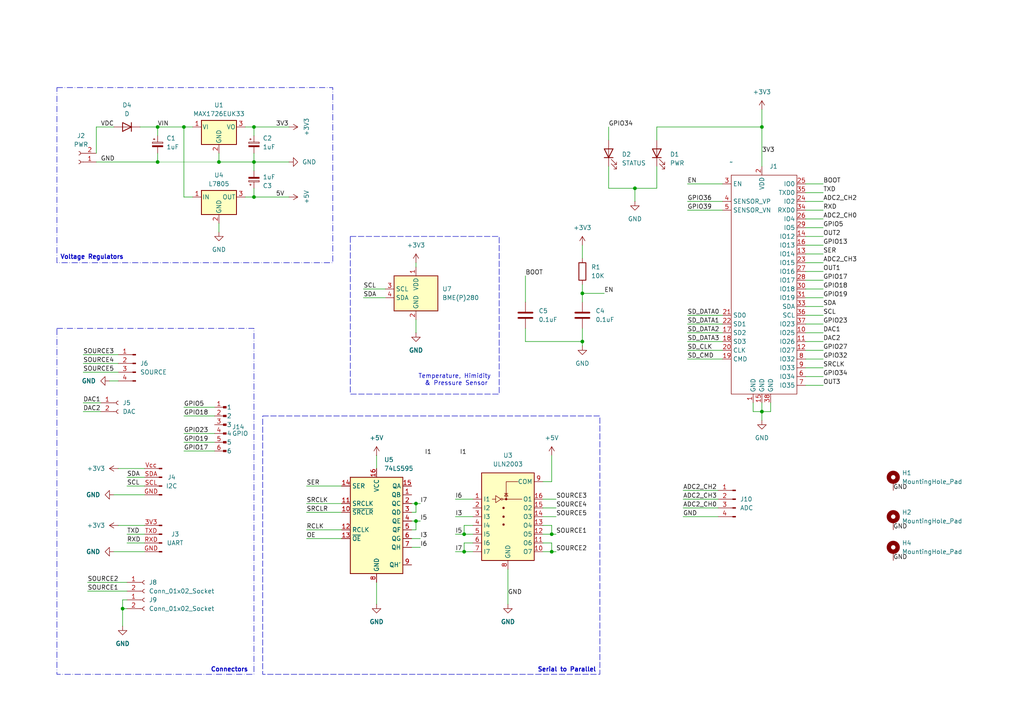
<source format=kicad_sch>
(kicad_sch (version 20231120) (generator "eeschema") (generator_version "8.0")
  (paper "A4")
  (lib_symbols
    (symbol "+5V_1" (power) (pin_numbers hide) (pin_names (offset 0) hide)
      (property "Value" "+5V" (at 0 3.556 0))
      (symbol "+5V_1_1_1"
        (pin power_in line (at 0 0 90) (length 0) (name "~") (number "1"))
      )
    )
    (symbol "+5V_2" (power) (pin_numbers hide) (pin_names (offset 0) hide)
      (property "Value" "+5V" (at 0 3.556 0))
      (symbol "+5V_2_1_1"
        (pin power_in line (at 0 0 90) (length 0) (name "~") (number "1"))
      )
    )
    (symbol "74xx:74LS595"
      (property "Reference" "U" (at -7.62 13.97 0))
      (property "Value" "74LS595" (at -7.62 -16.51 0))
      (symbol "74LS595_1_0"
        (pin tri_state line (at 10.16 7.62 180) (length 2.54) (name "QB") (number "1"))
        (pin input line (at -10.16 2.54 0) (length 2.54) (name "~{SRCLR}") (number "10"))
        (pin input line (at -10.16 5.08 0) (length 2.54) (name "SRCLK") (number "11"))
        (pin input line (at -10.16 -2.54 0) (length 2.54) (name "RCLK") (number "12"))
        (pin input line (at -10.16 -5.08 0) (length 2.54) (name "~{OE}") (number "13"))
        (pin input line (at -10.16 10.16 0) (length 2.54) (name "SER") (number "14"))
        (pin tri_state line (at 10.16 10.16 180) (length 2.54) (name "QA") (number "15"))
        (pin power_in line (at 0 15.24 270) (length 2.54) (name "VCC") (number "16"))
        (pin tri_state line (at 10.16 5.08 180) (length 2.54) (name "QC") (number "2"))
        (pin tri_state line (at 10.16 2.54 180) (length 2.54) (name "QD") (number "3"))
        (pin tri_state line (at 10.16 0 180) (length 2.54) (name "QE") (number "4"))
        (pin tri_state line (at 10.16 -2.54 180) (length 2.54) (name "QF") (number "5"))
        (pin tri_state line (at 10.16 -5.08 180) (length 2.54) (name "QG") (number "6"))
        (pin tri_state line (at 10.16 -7.62 180) (length 2.54) (name "QH") (number "7"))
        (pin power_in line (at 0 -17.78 90) (length 2.54) (name "GND") (number "8"))
        (pin output line (at 10.16 -12.7 180) (length 2.54) (name "QH'") (number "9"))
      )
    )
    (symbol "Alexander Symbol Library:BME(P)280"
      (property "Reference" "U" (at -7.62 10.16 0))
      (property "Value" "BME(P)280" (at 5.08 10.16 0))
      (symbol "BME(P)280_1_1"
        (pin power_in line (at -1.27 10.16 270) (length 2.54) (name "VDD") (number "1"))
        (pin power_out line (at -1.27 -5.08 90) (length 2.54) (name "GND") (number "2"))
        (pin input line (at -10.16 3.81 0) (length 2.54) (name "SCL") (number "3"))
        (pin bidirectional line (at -10.16 1.27 0) (length 2.54) (name "SDA") (number "4"))
      )
    )
    (symbol "Alexander_Library_Symbols:Conn_2x3" (pin_names (offset 1.016))
      (property "Reference" "J" (at 0 0 0))
      (symbol "Conn_2x3_1_1"
        (pin bidirectional line (at -2.54 -2.54 0) (length 2.54) (name "1") (number "1"))
        (pin bidirectional line (at -2.54 -5.08 0) (length 2.54) (name "2") (number "2"))
        (pin bidirectional line (at -2.54 -7.62 0) (length 2.54) (name "3") (number "3"))
        (pin bidirectional line (at -2.54 -10.16 0) (length 2.54) (name "4") (number "4"))
        (pin bidirectional line (at -2.54 -12.7 0) (length 2.54) (name "5") (number "5"))
        (pin bidirectional line (at -2.54 -15.24 0) (length 2.54) (name "6") (number "6"))
      )
    )
    (symbol "Alexander_Library_Symbols:Conn_I2C_01x04" (pin_names (offset 1.016) hide)
      (property "Reference" "J" (at 0 5.08 0))
      (property "Value" "I2C" (at 0 -7.62 0))
      (symbol "Conn_I2C_01x04_1_1"
        (pin power_out line (at 5.08 -5.08 180) (length 3.81) (name "GND") (number "GND"))
        (pin bidirectional line (at 5.08 -2.54 180) (length 3.81) (name "SCL") (number "SCL"))
        (pin bidirectional line (at 5.08 0 180) (length 3.81) (name "SDA") (number "SDA"))
        (pin power_in line (at 5.08 2.54 180) (length 3.81) (name "VCC") (number "Vcc"))
      )
    )
    (symbol "Alexander_Library_Symbols:ESP32-WROOM-32D-SOCKET"
      (property "Reference" "J" (at 0 0 0))
      (symbol "ESP32-WROOM-32D-SOCKET_1_1"
        (pin power_out line (at 6.35 -69.85 90) (length 2.54) (name "GND") (number "1"))
        (pin bidirectional line (at 21.59 -49.53 180) (length 2.54) (name "IO25") (number "10"))
        (pin bidirectional line (at 21.59 -52.07 180) (length 2.54) (name "IO26") (number "11"))
        (pin bidirectional line (at 21.59 -54.61 180) (length 2.54) (name "IO27") (number "12"))
        (pin bidirectional line (at 21.59 -26.67 180) (length 2.54) (name "IO14") (number "13"))
        (pin bidirectional line (at 21.59 -21.59 180) (length 2.54) (name "IO12") (number "14"))
        (pin power_out line (at 8.89 -69.85 90) (length 2.54) (name "GND") (number "15"))
        (pin bidirectional line (at 21.59 -24.13 180) (length 2.54) (name "IO13") (number "16"))
        (pin input line (at -2.54 -49.53 0) (length 2.54) (name "SD2") (number "17"))
        (pin input line (at -2.54 -52.07 0) (length 2.54) (name "SD3") (number "18"))
        (pin input line (at -2.54 -57.15 0) (length 2.54) (name "CMD") (number "19"))
        (pin power_in line (at 8.89 -1.27 270) (length 2.54) (name "VDD") (number "2"))
        (pin input line (at -2.54 -54.61 0) (length 2.54) (name "CLK") (number "20"))
        (pin input line (at -2.54 -44.45 0) (length 2.54) (name "SD0") (number "21"))
        (pin input line (at -2.54 -46.99 0) (length 2.54) (name "SD1") (number "22"))
        (pin bidirectional line (at 21.59 -29.21 180) (length 2.54) (name "IO15") (number "23"))
        (pin bidirectional line (at 21.59 -11.43 180) (length 2.54) (name "IO2") (number "24"))
        (pin bidirectional line (at 21.59 -6.35 180) (length 2.54) (name "IO0") (number "25"))
        (pin bidirectional line (at 21.59 -16.51 180) (length 2.54) (name "IO4") (number "26"))
        (pin bidirectional line (at 21.59 -31.75 180) (length 2.54) (name "IO16") (number "27"))
        (pin bidirectional line (at 21.59 -34.29 180) (length 2.54) (name "IO17") (number "28"))
        (pin bidirectional line (at 21.59 -19.05 180) (length 2.54) (name "IO5") (number "29"))
        (pin input line (at -2.54 -6.35 0) (length 2.54) (name "EN") (number "3"))
        (pin bidirectional line (at 21.59 -36.83 180) (length 2.54) (name "IO18") (number "30"))
        (pin bidirectional line (at 21.59 -39.37 180) (length 2.54) (name "IO19") (number "31"))
        (pin bidirectional line (at 21.59 -41.91 180) (length 2.54) (name "SDA") (number "33"))
        (pin input line (at 21.59 -13.97 180) (length 2.54) (name "RXD0") (number "34"))
        (pin output line (at 21.59 -8.89 180) (length 2.54) (name "TXD0") (number "35"))
        (pin bidirectional line (at 21.59 -44.45 180) (length 2.54) (name "SCL") (number "36"))
        (pin bidirectional line (at 21.59 -46.99 180) (length 2.54) (name "IO23") (number "37"))
        (pin power_out line (at 11.43 -69.85 90) (length 2.54) (name "GND") (number "38"))
        (pin input line (at -2.54 -11.43 0) (length 2.54) (name "SENSOR_VP") (number "4"))
        (pin input line (at -2.54 -13.97 0) (length 2.54) (name "SENSOR_VN") (number "5"))
        (pin bidirectional line (at 21.59 -62.23 180) (length 2.54) (name "IO34") (number "6"))
        (pin bidirectional line (at 21.59 -64.77 180) (length 2.54) (name "IO35") (number "7"))
        (pin bidirectional line (at 21.59 -57.15 180) (length 2.54) (name "IO32") (number "8"))
        (pin bidirectional line (at 21.59 -59.69 180) (length 2.54) (name "IO33") (number "9"))
      )
    )
    (symbol "Conn_UART_1" (pin_names (offset 1.016) hide)
      (property "Reference" "J" (at 1.27 3.81 0))
      (property "Value" "UART" (at 2.54 -10.16 0))
      (symbol "Conn_UART_1_1_1"
        (pin power_in line (at 5.08 0 180) (length 3.81) (name "3V3") (number "3V3"))
        (pin power_out line (at 5.08 -7.62 180) (length 3.81) (name "GND") (number "GND"))
        (pin input line (at 5.08 -5.08 180) (length 3.81) (name "RXD") (number "RXD"))
        (pin output line (at 5.08 -2.54 180) (length 3.81) (name "TXD") (number "TXD"))
      )
    )
    (symbol "Connector:Conn_01x02_Socket" (pin_names (offset 1.016) hide)
      (property "Reference" "J" (at 0 2.54 0))
      (property "Value" "Conn_01x02_Socket" (at 0 -5.08 0))
      (symbol "Conn_01x02_Socket_1_1"
        (pin passive line (at -5.08 0 0) (length 3.81) (name "Pin_1") (number "1"))
        (pin passive line (at -5.08 -2.54 0) (length 3.81) (name "Pin_2") (number "2"))
      )
    )
    (symbol "Connector:Conn_01x04_Pin" (pin_names (offset 1.016) hide)
      (property "Reference" "J" (at 0 5.08 0))
      (property "Value" "I2C" (at 0 -7.62 0))
      (symbol "Conn_01x04_Pin_1_1"
        (pin passive line (at 5.08 2.54 180) (length 3.81) (name "Pin_1") (number "1"))
        (pin passive line (at 5.08 0 180) (length 3.81) (name "Pin_2") (number "2"))
        (pin passive line (at 5.08 -2.54 180) (length 3.81) (name "Pin_3") (number "3"))
        (pin passive line (at 5.08 -5.08 180) (length 3.81) (name "Pin_4") (number "4"))
      )
    )
    (symbol "Connector:Conn_01x06_Socket" (pin_names (offset 1.016) hide)
      (property "Reference" "J" (at 0 7.62 0))
      (property "Value" "Conn_01x06_Socket" (at 0 -10.16 0))
      (symbol "Conn_01x06_Socket_1_1"
        (pin passive line (at -5.08 5.08 0) (length 3.81) (name "Pin_1") (number "1"))
        (pin passive line (at -5.08 2.54 0) (length 3.81) (name "Pin_2") (number "2"))
        (pin passive line (at -5.08 0 0) (length 3.81) (name "Pin_3") (number "3"))
        (pin passive line (at -5.08 -2.54 0) (length 3.81) (name "Pin_4") (number "4"))
        (pin passive line (at -5.08 -5.08 0) (length 3.81) (name "Pin_5") (number "5"))
        (pin passive line (at -5.08 -7.62 0) (length 3.81) (name "Pin_6") (number "6"))
      )
    )
    (symbol "Device:C" (pin_numbers hide) (pin_names (offset 0.254))
      (property "Reference" "C" (at 0.635 2.54 0))
      (property "Value" "C" (at 0.635 -2.54 0))
      (symbol "C_1_1"
        (pin passive line (at 0 3.81 270) (length 2.794) (name "~") (number "1"))
        (pin passive line (at 0 -3.81 90) (length 2.794) (name "~") (number "2"))
      )
    )
    (symbol "Device:C_Polarized_Small" (pin_numbers hide) (pin_names (offset 0.254) hide)
      (property "Reference" "C" (at 0.254 1.778 0))
      (property "Value" "C_Polarized_Small" (at 0.254 -2.032 0))
      (symbol "C_Polarized_Small_1_1"
        (pin passive line (at 0 2.54 270) (length 1.8542) (name "~") (number "1"))
        (pin passive line (at 0 -2.54 90) (length 1.8542) (name "~") (number "2"))
      )
    )
    (symbol "Device:D" (pin_numbers hide) (pin_names (offset 1.016) hide)
      (property "Reference" "D" (at 0 2.54 0))
      (property "Value" "D" (at 0 -2.54 0))
      (symbol "D_1_1"
        (pin passive line (at -3.81 0 0) (length 2.54) (name "K") (number "1"))
        (pin passive line (at 3.81 0 180) (length 2.54) (name "A") (number "2"))
      )
    )
    (symbol "Device:LED" (pin_numbers hide) (pin_names (offset 1.016) hide)
      (property "Reference" "D" (at 0 2.54 0))
      (property "Value" "LED" (at 0 -2.54 0))
      (symbol "LED_1_1"
        (pin passive line (at -3.81 0 0) (length 2.54) (name "K") (number "1"))
        (pin passive line (at 3.81 0 180) (length 2.54) (name "A") (number "2"))
      )
    )
    (symbol "Device:R" (pin_numbers hide) (pin_names (offset 0))
      (property "Reference" "R" (at 2.032 0 90))
      (property "Value" "R" (at 0 0 90))
      (symbol "R_1_1"
        (pin passive line (at 0 3.81 270) (length 1.27) (name "~") (number "1"))
        (pin passive line (at 0 -3.81 90) (length 1.27) (name "~") (number "2"))
      )
    )
    (symbol "GND_1" (power) (pin_numbers hide) (pin_names (offset 0) hide)
      (property "Value" "GND" (at 0 -3.81 0))
      (symbol "GND_1_1_1"
        (pin power_in line (at 0 0 270) (length 0) (name "~") (number "1"))
      )
    )
    (symbol "GND_2" (power) (pin_numbers hide) (pin_names (offset 0) hide)
      (property "Value" "GND" (at 0 -3.81 0))
      (symbol "GND_2_1_1"
        (pin power_in line (at 0 0 270) (length 0) (name "~") (number "1"))
      )
    )
    (symbol "GND_3" (power) (pin_numbers hide) (pin_names (offset 0) hide)
      (property "Value" "GND" (at 0 -3.81 0))
      (symbol "GND_3_1_1"
        (pin power_in line (at 0 0 270) (length 0) (name "~") (number "1"))
      )
    )
    (symbol "GND_4" (power) (pin_numbers hide) (pin_names (offset 0) hide)
      (property "Value" "GND" (at 0 -3.81 0))
      (symbol "GND_4_1_1"
        (pin power_in line (at 0 0 270) (length 0) (name "~") (number "1"))
      )
    )
    (symbol "GND_5" (power) (pin_numbers hide) (pin_names (offset 0) hide)
      (property "Value" "GND" (at 0 -3.81 0))
      (symbol "GND_5_1_1"
        (pin power_in line (at 0 0 270) (length 0) (name "~") (number "1"))
      )
    )
    (symbol "GND_6" (power) (pin_numbers hide) (pin_names (offset 0) hide)
      (property "Value" "GND" (at 0 -3.81 0))
      (symbol "GND_6_1_1"
        (pin power_in line (at 0 0 270) (length 0) (name "~") (number "1"))
      )
    )
    (symbol "Isolator:4N35" (pin_names (offset 1.016))
      (property "Reference" "U" (at -5.08 5.08 0))
      (property "Value" "4N35" (at 0 5.08 0))
      (symbol "4N35_1_1"
        (pin passive line (at -7.62 2.54 0) (length 2.54) (name "~") (number "1"))
        (pin passive line (at -7.62 -2.54 0) (length 2.54) (name "~") (number "2"))
        (pin no_connect line (at -5.08 0 0) (length 2.54) hide (name "NC") (number "3"))
        (pin passive line (at 7.62 -2.54 180) (length 2.54) (name "~") (number "4"))
        (pin passive line (at 7.62 0 180) (length 2.54) (name "~") (number "5"))
        (pin passive line (at 7.62 2.54 180) (length 2.54) (name "~") (number "6"))
      )
    )
    (symbol "Isolator:PC817" (pin_names (offset 1.016))
      (property "Reference" "U" (at -5.08 5.08 0))
      (property "Value" "PC817" (at 0 5.08 0))
      (symbol "PC817_1_1"
        (pin passive line (at -7.62 2.54 0) (length 2.54) (name "~") (number "1"))
        (pin passive line (at -7.62 -2.54 0) (length 2.54) (name "~") (number "2"))
        (pin passive line (at 7.62 -2.54 180) (length 2.54) (name "~") (number "3"))
        (pin passive line (at 7.62 2.54 180) (length 2.54) (name "~") (number "4"))
      )
    )
    (symbol "Mechanical:MountingHole_Pad" (pin_numbers hide) (pin_names (offset 1.016) hide)
      (property "Reference" "H" (at 0 6.35 0))
      (property "Value" "MountingHole_Pad" (at 0 4.445 0))
      (symbol "MountingHole_Pad_1_1"
        (pin input line (at 0 -2.54 90) (length 2.54) (name "1") (number "1"))
      )
    )
    (symbol "Regulator_Linear:L7805" (pin_names (offset 0.254))
      (property "Reference" "U4" (at 0 6.35 0))
      (property "Value" "L7805" (at 0 3.81 0))
      (symbol "L7805_1_1"
        (pin power_in line (at -7.62 0 0) (length 2.54) (name "IN") (number "1"))
        (pin power_in line (at 0 -7.62 90) (length 2.54) (name "GND") (number "2"))
        (pin power_out line (at 7.62 0 180) (length 2.54) (name "OUT") (number "3"))
      )
    )
    (symbol "Regulator_Linear:LM78M05_TO220" (pin_names (offset 0.254))
      (property "Reference" "U" (at -3.81 3.175 0))
      (property "Value" "LM78M05_TO220" (at 0 3.175 0))
      (symbol "LM78M05_TO220_1_1"
        (pin power_in line (at -7.62 0 0) (length 2.54) (name "VI") (number "1"))
        (pin power_in line (at 0 -7.62 90) (length 2.54) (name "GND") (number "2"))
        (pin power_out line (at 7.62 0 180) (length 2.54) (name "VO") (number "3"))
      )
    )
    (symbol "Simulation_SPICE:NPN" (pin_numbers hide) (pin_names (offset 0))
      (property "Reference" "Q" (at -2.54 7.62 0))
      (property "Value" "NPN" (at -2.54 5.08 0))
      (symbol "NPN_1_1"
        (pin open_collector line (at 2.54 5.08 270) (length 2.54) (name "C") (number "1"))
        (pin input line (at -5.08 0 0) (length 2.54) (name "B") (number "2"))
        (pin open_emitter line (at 2.54 -5.08 90) (length 2.54) (name "E") (number "3"))
      )
    )
    (symbol "Switch:SW_Push" (pin_numbers hide) (pin_names (offset 1.016) hide)
      (property "Reference" "SW" (at 1.27 2.54 0))
      (property "Value" "SW_Push" (at 0 -1.524 0))
      (symbol "SW_Push_0_1"
        (pin passive line (at -5.08 0 0) (length 2.54) (name "1") (number "1"))
        (pin passive line (at 5.08 0 180) (length 2.54) (name "2") (number "2"))
      )
    )
    (symbol "Transistor_Array:ULN2003"
      (property "Reference" "U" (at 0 15.875 0))
      (property "Value" "ULN2003" (at 0 13.97 0))
      (symbol "ULN2003_1_1"
        (pin input line (at -10.16 5.08 0) (length 2.54) (name "I1") (number "1"))
        (pin open_collector line (at 10.16 -10.16 180) (length 2.54) (name "O7") (number "10"))
        (pin open_collector line (at 10.16 -7.62 180) (length 2.54) (name "O6") (number "11"))
        (pin open_collector line (at 10.16 -5.08 180) (length 2.54) (name "O5") (number "12"))
        (pin open_collector line (at 10.16 -2.54 180) (length 2.54) (name "O4") (number "13"))
        (pin open_collector line (at 10.16 0 180) (length 2.54) (name "O3") (number "14"))
        (pin open_collector line (at 10.16 2.54 180) (length 2.54) (name "O2") (number "15"))
        (pin open_collector line (at 10.16 5.08 180) (length 2.54) (name "O1") (number "16"))
        (pin input line (at -10.16 2.54 0) (length 2.54) (name "I2") (number "2"))
        (pin input line (at -10.16 0 0) (length 2.54) (name "I3") (number "3"))
        (pin input line (at -10.16 -2.54 0) (length 2.54) (name "I4") (number "4"))
        (pin input line (at -10.16 -5.08 0) (length 2.54) (name "I5") (number "5"))
        (pin input line (at -10.16 -7.62 0) (length 2.54) (name "I6") (number "6"))
        (pin input line (at -10.16 -10.16 0) (length 2.54) (name "I7") (number "7"))
        (pin power_in line (at 0 -15.24 90) (length 2.54) (name "GND") (number "8"))
        (pin passive line (at 10.16 10.16 180) (length 2.54) (name "COM") (number "9"))
      )
    )
    (symbol "power:+3V3" (power) (pin_names (offset 0))
      (property "Value" "+3V3" (at 0 3.556 0))
      (symbol "+3V3_1_1"
        (pin power_in line (at 0 0 90) (length 0) hide (name "+3V3") (number "1"))
      )
    )
    (symbol "power:+5V" (power) (pin_names (offset 0))
      (property "Value" "+5V" (at 0 3.556 0))
      (symbol "+5V_1_1"
        (pin power_in line (at 0 0 90) (length 0) hide (name "+5V") (number "1"))
      )
    )
    (symbol "power:GND" (power) (pin_names (offset 0))
      (property "Value" "GND" (at 0 -3.81 0))
      (symbol "GND_1_1"
        (pin power_in line (at 0 0 270) (length 0) hide (name "GND") (number "1"))
      )
    )
  )
  (junction (at 63.5 46.99))
  (junction (at 134.62 154.94))
  (junction (at 160.02 154.94))
  (junction (at 73.66 46.99))
  (junction (at 160.02 160.02))
  (junction (at 168.91 99.06))
  (junction (at 220.98 36.83))
  (junction (at 45.72 46.99))
  (junction (at 53.34 36.83))
  (junction (at 459.74 85.09))
  (junction (at 73.66 57.15))
  (junction (at 120.65 146.05))
  (junction (at 377.19 151.13))
  (junction (at 220.98 119.38))
  (junction (at 120.65 151.13))
  (junction (at 401.32 163.83))
  (junction (at 168.91 85.09))
  (junction (at 476.25 97.79))
  (junction (at 73.66 36.83))
  (junction (at 45.72 36.83))
  (junction (at 476.25 85.09))
  (junction (at 134.62 160.02))
  (junction (at 184.15 54.61))
  (junction (at 35.56 176.53))
  (no_connect (at 373.38 59.69))
  (wire (pts (xy 459.74 97.79) (xy 457.2 97.79)))
  (wire (pts (xy 120.65 151.13) (xy 120.65 153.67)))
  (wire (pts (xy 233.68 58.42) (xy 238.76 58.42)))
  (wire (pts (xy 63.5 64.77) (xy 63.5 67.31)))
  (wire (pts (xy 53.34 36.83) (xy 55.88 36.83)))
  (wire (pts (xy 119.38 151.13) (xy 120.65 151.13)))
  (wire (pts (xy 199.39 101.6) (xy 209.55 101.6)))
  (wire (pts (xy 35.56 173.99) (xy 35.56 176.53)))
  (wire (pts (xy 36.83 140.97) (xy 41.91 140.97)))
  (wire (pts (xy 157.48 160.02) (xy 160.02 160.02)))
  (wire (pts (xy 45.72 46.99) (xy 63.5 46.99)) (stroke (width 0.0254)))
  (wire (pts (xy 358.14 171.45) (xy 361.95 171.45)))
  (wire (pts (xy 109.22 168.91) (xy 109.22 175.26)))
  (wire (pts (xy 88.9 146.05) (xy 99.06 146.05)))
  (wire (pts (xy 25.4 168.91) (xy 36.83 168.91)))
  (wire (pts (xy 152.4 99.06) (xy 168.91 99.06)))
  (wire (pts (xy 45.72 36.83) (xy 53.34 36.83)))
  (wire (pts (xy 233.68 63.5) (xy 238.76 63.5)))
  (wire (pts (xy 184.15 54.61) (xy 190.5 54.61)))
  (wire (pts (xy 476.25 87.63) (xy 476.25 85.09)))
  (wire (pts (xy 377.19 151.13) (xy 382.27 151.13)))
  (wire (pts (xy 199.39 99.06) (xy 209.55 99.06)))
  (wire (pts (xy 55.88 57.15) (xy 53.34 57.15)))
  (wire (pts (xy 36.83 154.94) (xy 41.91 154.94)))
  (wire (pts (xy 476.25 85.09) (xy 485.14 85.09)))
  (wire (pts (xy 198.12 147.32) (xy 208.28 147.32)))
  (wire (pts (xy 401.32 142.24) (xy 401.32 146.05)))
  (wire (pts (xy 88.9 148.59) (xy 99.06 148.59)))
  (wire (pts (xy 220.98 31.75) (xy 220.98 36.83)))
  (wire (pts (xy 233.68 78.74) (xy 238.76 78.74)))
  (wire (pts (xy 233.68 81.28) (xy 238.76 81.28)))
  (wire (pts (xy 34.29 135.89) (xy 41.91 135.89)))
  (wire (pts (xy 160.02 160.02) (xy 161.29 160.02)))
  (wire (pts (xy 132.08 144.78) (xy 137.16 144.78)))
  (wire (pts (xy 389.89 151.13) (xy 393.7 151.13)))
  (wire (pts (xy 63.5 44.45) (xy 63.5 46.99)))
  (wire (pts (xy 233.68 104.14) (xy 238.76 104.14)))
  (wire (pts (xy 157.48 144.78) (xy 161.29 144.78)))
  (wire (pts (xy 34.29 107.95) (xy 24.13 107.95)))
  (wire (pts (xy 218.44 119.38) (xy 220.98 119.38)))
  (wire (pts (xy 120.65 146.05) (xy 121.92 146.05)))
  (wire (pts (xy 73.66 44.45) (xy 73.66 46.99)))
  (wire (pts (xy 34.29 102.87) (xy 24.13 102.87)))
  (wire (pts (xy 134.62 157.48) (xy 134.62 160.02)))
  (wire (pts (xy 233.68 53.34) (xy 238.76 53.34)))
  (wire (pts (xy 53.34 125.73) (xy 62.23 125.73)))
  (wire (pts (xy 160.02 139.7) (xy 157.48 139.7)))
  (wire (pts (xy 176.53 36.83) (xy 176.53 40.64)))
  (wire (pts (xy 53.34 128.27) (xy 62.23 128.27)))
  (wire (pts (xy 157.48 157.48) (xy 160.02 157.48)))
  (wire (pts (xy 31.75 110.49) (xy 34.29 110.49)))
  (wire (pts (xy 439.42 97.79) (xy 441.96 97.79)))
  (wire (pts (xy 485.14 92.71) (xy 485.14 97.79)))
  (wire (pts (xy 233.68 106.68) (xy 238.76 106.68)))
  (wire (pts (xy 209.55 53.34) (xy 199.39 53.34)))
  (wire (pts (xy 358.14 173.99) (xy 361.95 173.99)))
  (wire (pts (xy 109.22 132.08) (xy 109.22 135.89)))
  (wire (pts (xy 27.94 36.83) (xy 33.02 36.83)))
  (wire (pts (xy 218.44 116.84) (xy 218.44 119.38)))
  (wire (pts (xy 24.13 116.84) (xy 29.21 116.84)))
  (wire (pts (xy 199.39 60.96) (xy 209.55 60.96)))
  (wire (pts (xy 485.14 90.17) (xy 487.68 90.17)))
  (wire (pts (xy 53.34 120.65) (xy 62.23 120.65)))
  (wire (pts (xy 35.56 176.53) (xy 36.83 176.53)))
  (wire (pts (xy 34.29 152.4) (xy 41.91 152.4)))
  (wire (pts (xy 45.72 36.83) (xy 45.72 39.37)))
  (wire (pts (xy 168.91 82.55) (xy 168.91 85.09)))
  (wire (pts (xy 168.91 85.09) (xy 175.26 85.09)))
  (wire (pts (xy 160.02 152.4) (xy 160.02 154.94)))
  (wire (pts (xy 45.72 44.45) (xy 45.72 46.99)))
  (wire (pts (xy 184.15 58.42) (xy 184.15 54.61)))
  (wire (pts (xy 199.39 93.98) (xy 209.55 93.98)))
  (wire (pts (xy 132.08 160.02) (xy 134.62 160.02)))
  (wire (pts (xy 160.02 132.08) (xy 160.02 139.7)))
  (wire (pts (xy 25.4 171.45) (xy 36.83 171.45)))
  (wire (pts (xy 467.36 102.87) (xy 468.63 102.87)))
  (wire (pts (xy 199.39 91.44) (xy 209.55 91.44)))
  (wire (pts (xy 233.68 109.22) (xy 238.76 109.22)))
  (wire (pts (xy 119.38 148.59) (xy 120.65 148.59)))
  (wire (pts (xy 373.38 64.77) (xy 384.81 64.77)))
  (wire (pts (xy 119.38 156.21) (xy 121.92 156.21)))
  (wire (pts (xy 190.5 48.26) (xy 190.5 54.61)))
  (wire (pts (xy 53.34 36.83) (xy 53.34 57.15)))
  (wire (pts (xy 354.33 59.69) (xy 358.14 59.69)))
  (wire (pts (xy 36.83 173.99) (xy 35.56 173.99)))
  (wire (pts (xy 73.66 57.15) (xy 83.82 57.15)))
  (wire (pts (xy 88.9 140.97) (xy 99.06 140.97)))
  (wire (pts (xy 73.66 46.99) (xy 83.82 46.99)))
  (wire (pts (xy 157.48 149.86) (xy 161.29 149.86)))
  (wire (pts (xy 401.32 156.21) (xy 401.32 163.83)))
  (wire (pts (xy 233.68 93.98) (xy 238.76 93.98)))
  (wire (pts (xy 168.91 95.25) (xy 168.91 99.06)))
  (wire (pts (xy 190.5 36.83) (xy 190.5 40.64)))
  (wire (pts (xy 233.68 101.6) (xy 238.76 101.6)))
  (wire (pts (xy 485.14 85.09) (xy 485.14 90.17)))
  (wire (pts (xy 71.12 57.15) (xy 73.66 57.15)))
  (wire (pts (xy 132.08 149.86) (xy 137.16 149.86)))
  (wire (pts (xy 105.41 86.36) (xy 111.76 86.36)))
  (wire (pts (xy 157.48 152.4) (xy 160.02 152.4)))
  (wire (pts (xy 41.91 143.51) (xy 33.02 143.51)))
  (wire (pts (xy 157.48 147.32) (xy 161.29 147.32)))
  (wire (pts (xy 476.25 85.09) (xy 459.74 85.09)))
  (wire (pts (xy 36.83 157.48) (xy 41.91 157.48)))
  (wire (pts (xy 457.2 102.87) (xy 459.74 102.87)))
  (wire (pts (xy 176.53 54.61) (xy 184.15 54.61)))
  (wire (pts (xy 73.66 46.99) (xy 73.66 49.53)))
  (wire (pts (xy 233.68 55.88) (xy 238.76 55.88)))
  (wire (pts (xy 71.12 36.83) (xy 73.66 36.83)))
  (wire (pts (xy 137.16 157.48) (xy 134.62 157.48)))
  (wire (pts (xy 233.68 99.06) (xy 238.76 99.06)))
  (wire (pts (xy 168.91 85.09) (xy 168.91 87.63)))
  (wire (pts (xy 176.53 48.26) (xy 176.53 54.61)))
  (wire (pts (xy 358.14 166.37) (xy 361.95 166.37)))
  (wire (pts (xy 134.62 160.02) (xy 137.16 160.02)))
  (wire (pts (xy 63.5 46.99) (xy 73.66 46.99)))
  (wire (pts (xy 401.32 163.83) (xy 401.32 172.72)))
  (wire (pts (xy 358.14 168.91) (xy 361.95 168.91)))
  (wire (pts (xy 373.38 62.23) (xy 384.81 62.23)))
  (wire (pts (xy 233.68 86.36) (xy 238.76 86.36)))
  (wire (pts (xy 199.39 104.14) (xy 209.55 104.14)))
  (wire (pts (xy 134.62 154.94) (xy 137.16 154.94)))
  (wire (pts (xy 73.66 39.37) (xy 73.66 36.83)))
  (wire (pts (xy 105.41 83.82) (xy 111.76 83.82)))
  (wire (pts (xy 233.68 60.96) (xy 238.76 60.96)))
  (wire (pts (xy 233.68 71.12) (xy 238.76 71.12)))
  (wire (pts (xy 233.68 88.9) (xy 238.76 88.9)))
  (wire (pts (xy 27.94 46.99) (xy 45.72 46.99)))
  (wire (pts (xy 401.32 163.83) (xy 393.7 163.83)))
  (wire (pts (xy 198.12 144.78) (xy 208.28 144.78)))
  (wire (pts (xy 377.19 142.24) (xy 377.19 151.13)))
  (wire (pts (xy 199.39 58.42) (xy 209.55 58.42)))
  (wire (pts (xy 476.25 107.95) (xy 476.25 111.76)))
  (wire (pts (xy 41.91 160.02) (xy 33.02 160.02)))
  (wire (pts (xy 233.68 76.2) (xy 238.76 76.2)))
  (wire (pts (xy 487.68 92.71) (xy 485.14 92.71)))
  (wire (pts (xy 339.09 59.69) (xy 346.71 59.69)))
  (wire (pts (xy 120.65 76.2) (xy 120.65 77.47)))
  (wire (pts (xy 132.08 154.94) (xy 134.62 154.94)))
  (wire (pts (xy 53.34 130.81) (xy 62.23 130.81)))
  (wire (pts (xy 220.98 119.38) (xy 220.98 121.92)))
  (wire (pts (xy 233.68 68.58) (xy 238.76 68.58)))
  (wire (pts (xy 233.68 96.52) (xy 238.76 96.52)))
  (wire (pts (xy 233.68 111.76) (xy 238.76 111.76)))
  (wire (pts (xy 459.74 85.09) (xy 459.74 97.79)))
  (wire (pts (xy 73.66 54.61) (xy 73.66 57.15)))
  (wire (pts (xy 88.9 153.67) (xy 99.06 153.67)))
  (wire (pts (xy 220.98 36.83) (xy 220.98 48.26)))
  (wire (pts (xy 152.4 80.01) (xy 152.4 87.63)))
  (wire (pts (xy 384.81 163.83) (xy 386.08 163.83)))
  (wire (pts (xy 355.6 69.85) (xy 355.6 64.77)))
  (wire (pts (xy 160.02 157.48) (xy 160.02 160.02)))
  (wire (pts (xy 436.88 102.87) (xy 441.96 102.87)))
  (wire (pts (xy 233.68 73.66) (xy 238.76 73.66)))
  (wire (pts (xy 24.13 119.38) (xy 29.21 119.38)))
  (wire (pts (xy 35.56 176.53) (xy 35.56 181.61)))
  (wire (pts (xy 223.52 119.38) (xy 220.98 119.38)))
  (wire (pts (xy 137.16 152.4) (xy 134.62 152.4)))
  (wire (pts (xy 377.19 168.91) (xy 377.19 172.72)))
  (wire (pts (xy 134.62 152.4) (xy 134.62 154.94)))
  (wire (pts (xy 160.02 154.94) (xy 161.29 154.94)))
  (wire (pts (xy 421.64 97.79) (xy 431.8 97.79)))
  (wire (pts (xy 233.68 66.04) (xy 238.76 66.04)))
  (wire (pts (xy 119.38 146.05) (xy 120.65 146.05)))
  (wire (pts (xy 358.14 163.83) (xy 361.95 163.83)))
  (wire (pts (xy 223.52 116.84) (xy 223.52 119.38)))
  (wire (pts (xy 208.28 142.24) (xy 198.12 142.24)))
  (wire (pts (xy 233.68 83.82) (xy 238.76 83.82)))
  (wire (pts (xy 168.91 71.12) (xy 168.91 74.93)))
  (wire (pts (xy 476.25 95.25) (xy 476.25 97.79)))
  (wire (pts (xy 53.34 118.11) (xy 62.23 118.11)))
  (wire (pts (xy 36.83 138.43) (xy 41.91 138.43)))
  (wire (pts (xy 233.68 91.44) (xy 238.76 91.44)))
  (wire (pts (xy 27.94 36.83) (xy 27.94 44.45)))
  (wire (pts (xy 358.14 161.29) (xy 361.95 161.29)))
  (wire (pts (xy 168.91 99.06) (xy 168.91 100.33)))
  (wire (pts (xy 198.12 149.86) (xy 208.28 149.86)))
  (wire (pts (xy 199.39 96.52) (xy 209.55 96.52)))
  (wire (pts (xy 377.19 151.13) (xy 377.19 158.75)))
  (wire (pts (xy 119.38 153.67) (xy 120.65 153.67)))
  (wire (pts (xy 119.38 158.75) (xy 121.92 158.75)))
  (wire (pts (xy 120.65 92.71) (xy 120.65 96.52)))
  (wire (pts (xy 152.4 95.25) (xy 152.4 99.06)))
  (wire (pts (xy 459.74 82.55) (xy 459.74 85.09)))
  (wire (pts (xy 157.48 154.94) (xy 160.02 154.94)))
  (wire (pts (xy 147.32 165.1) (xy 147.32 175.26)))
  (wire (pts (xy 73.66 36.83) (xy 83.82 36.83)))
  (wire (pts (xy 34.29 105.41) (xy 24.13 105.41)))
  (wire (pts (xy 355.6 64.77) (xy 358.14 64.77)))
  (wire (pts (xy 190.5 36.83) (xy 220.98 36.83)))
  (wire (pts (xy 485.14 97.79) (xy 476.25 97.79)))
  (wire (pts (xy 120.65 151.13) (xy 121.92 151.13)))
  (wire (pts (xy 436.88 111.76) (xy 436.88 102.87)))
  (wire (pts (xy 220.98 116.84) (xy 220.98 119.38)))
  (wire (pts (xy 120.65 148.59) (xy 120.65 146.05)))
  (wire (pts (xy 40.64 36.83) (xy 45.72 36.83)))
  (wire (pts (xy 88.9 156.21) (xy 99.06 156.21)))
  (rectangle (start 328.93 137.16) (end 412.75 186.69) (stroke (width 0) (type dash_dot)))
  (rectangle (start 76.2 120.65) (end 173.99 195.58) (stroke (width 0) (type dash)))
  (rectangle (start 16.51 95.25) (end 73.66 195.58) (stroke (width 0) (type dash_dot)))
  (rectangle (start 101.6 68.58) (end 144.78 114.3) (stroke (width 0) (type dash)))
  (rectangle (start 16.51 25.4) (end 96.52 76.2) (stroke (width 0) (type dash_dot)))
  (text "Voltage Regulators" (at 26.67 73.914 0) (effects (font (size 1.27 1.27) (thickness 0.254) (bold yes)) (justify top)))
  (text "UART Programmer" (at 401.828 184.912 0) (effects (font (size 1.27 1.27))))
  (text "Connectors\n" (at 66.548 194.31 0) (effects (font (size 1.27 1.27) (thickness 0.254) (bold yes))))
  (text "Serial to Parallel" (at 172.974 195.072 0) (effects (font (size 1.27 1.27) (bold yes)) (justify right bottom)))
  (text "Temperature, Himidity \n& Pressure Sensor" (at 132.334 110.236 0) (effects (font (size 1.27 1.27))))
  (label "SER" (at 238.76 73.66 0))
  (label "SOURCE5" (at 161.29 149.86 0))
  (label "GND" (at 259.08 142.24 0))
  (label "SOURCE3" (at 24.13 102.87 0))
  (label "SOURCE4" (at 24.13 105.41 0))
  (label "SD_DATA1" (at 199.39 93.98 0))
  (label "SOURCE1" (at 25.4 171.45 0))
  (label "I7" (at 121.92 146.05 0))
  (label "TXD" (at 361.95 166.37 0))
  (label "GPIO27" (at 238.76 101.6 0))
  (label "GPIO5" (at 238.76 66.04 0))
  (label "SOURCE5" (at 24.13 107.95 0))
  (label "RTS" (at 401.32 172.72 0))
  (label "ADC2_CH2" (at 238.76 58.42 0))
  (label "OUT1" (at 238.76 78.74 0))
  (label "I3" (at 121.92 156.21 0))
  (label "OUT2" (at 238.76 68.58 0))
  (label "3V3" (at 361.95 161.29 0))
  (label "SD_DATA0" (at 199.39 91.44 0))
  (label "EN" (at 401.32 142.24 0))
  (label "GPIO23" (at 238.76 93.98 0))
  (label "VDC" (at 29.21 36.83 0))
  (label "GPIO13" (at 238.76 71.12 0))
  (label "SCL" (at 105.41 83.82 0))
  (label "SRCLK" (at 88.9 146.05 0))
  (label "SD_CLK" (at 199.39 101.6 0))
  (label "DAC2" (at 24.13 119.38 0))
  (label "TXD" (at 238.76 55.88 0))
  (label "I1" (at 133.35 132.08 0))
  (label "BOOT" (at 152.4 80.01 0))
  (label "ADC2_CH2" (at 198.12 142.24 0))
  (label "SDA" (at 238.76 88.9 0))
  (label "SD_CMD" (at 199.39 104.14 0))
  (label "ADC2_CH0" (at 198.12 147.32 0))
  (label "SD_DATA3" (at 199.39 99.06 0))
  (label "RCLK" (at 88.9 153.67 0))
  (label "I5" (at 121.92 151.13 0))
  (label "GPIO17" (at 238.76 81.28 0))
  (label "GPIO23" (at 53.34 125.73 0))
  (label "GPIO5" (at 53.34 118.11 0))
  (label "DTR" (at 377.19 142.24 0))
  (label "GPIO13" (at 421.64 97.79 0))
  (label "SD_DATA2" (at 199.39 96.52 0))
  (label "GPIO34" (at 238.76 109.22 0))
  (label "GND" (at 198.12 149.86 0))
  (label "EN" (at 175.26 85.09 0))
  (label "RTS" (at 361.95 171.45 0))
  (label "SCL" (at 238.76 91.44 0))
  (label "GPIO18" (at 238.76 83.82 0))
  (label "GPIO34" (at 176.53 36.83 0))
  (label "V1-" (at 374.65 64.77 0))
  (label "BOOT" (at 377.19 172.72 0))
  (label "RXD" (at 36.83 157.48 0))
  (label "GPIO27" (at 339.09 59.69 0))
  (label "SCL" (at 36.83 140.97 0))
  (label "GND" (at 361.95 163.83 0))
  (label "SRCLK" (at 238.76 106.68 0))
  (label "I6" (at 132.08 144.78 0))
  (label "3V3" (at 220.98 44.45 0))
  (label "ADC2_CH3" (at 238.76 76.2 0))
  (label "OUT3" (at 238.76 111.76 0))
  (label "GPIO39" (at 199.39 60.96 0))
  (label "I5" (at 132.08 154.94 0))
  (label "SOURCE1" (at 161.29 154.94 0))
  (label "GND" (at 259.08 153.67 0))
  (label "GPIO17" (at 53.34 130.81 0))
  (label "GPIO18" (at 53.34 120.65 0))
  (label "SOURCE2" (at 161.29 160.02 0))
  (label "BOOT" (at 238.76 53.34 0))
  (label "RXD" (at 361.95 168.91 0))
  (label "SOURCE3" (at 161.29 144.78 0))
  (label "DTR" (at 361.95 173.99 0))
  (label "ADC2_CH0" (at 238.76 63.5 0))
  (label "5V" (at 80.01 57.15 0))
  (label "ADC2_CH3" (at 198.12 144.78 0))
  (label "GND" (at 259.08 162.56 0))
  (label "VIN" (at 45.72 36.83 0))
  (label "GPIO32" (at 238.76 104.14 0))
  (label "DAC2" (at 238.76 99.06 0))
  (label "SDA" (at 105.41 86.36 0))
  (label "DAC1" (at 238.76 96.52 0))
  (label "3V3" (at 80.01 36.83 0))
  (label "OE" (at 88.9 156.21 0))
  (label "SDA" (at 36.83 138.43 0))
  (label "SRCLR" (at 88.9 148.59 0))
  (label "GPIO19" (at 53.34 128.27 0))
  (label "GPIO36" (at 199.39 58.42 0))
  (label "GPIO19" (at 238.76 86.36 0))
  (label "I3" (at 132.08 149.86 0))
  (label "GND" (at 29.21 46.99 0))
  (label "I1" (at 123.19 132.08 0))
  (label "V1+" (at 374.65 62.23 0))
  (label "DAC1" (at 24.13 116.84 0))
  (label "EN" (at 199.39 53.34 0))
  (label "I6" (at 121.92 158.75 0))
  (label "SER" (at 88.9 140.97 0))
  (label "GND" (at 147.32 172.72 0))
  (label "SOURCE4" (at 161.29 147.32 0))
  (label "I7" (at 132.08 160.02 0))
  (label "TXD" (at 36.83 154.94 0))
  (label "SOURCE2" (at 25.4 168.91 0))
  (label "RXD" (at 238.76 60.96 0))
  (symbol (lib_id "Connector:Conn_01x02_Socket") (at 34.29 116.84 0) (unit 1)
    (property "Reference" "J5" (at 35.56 116.8399 0) (effects (justify left)))
    (property "Value" "DAC" (at 35.56 119.3799 0) (effects (justify left)))
    (property "Footprint" "Connector_PinSocket_2.54mm:PinSocket_1x02_P2.54mm_Vertical" (effects (hide yes)))
  )
  (symbol (lib_id "power:GND") (at 83.82 46.99 90) (unit 1)
    (property "Reference" "#PWR03" (effects (hide yes)))
    (property "Value" "GND" (at 87.63 46.9899 90) (effects (justify right)))
  )
  (symbol (lib_id "Device:R") (at 389.89 163.83 270) (unit 1) (on_board no)
    (property "Reference" "R3" (at 389.89 157.48 90))
    (property "Value" "10K" (at 389.89 160.02 90))
    (property "Footprint" "Resistor_SMD:R_1210_3225Metric_Pad1.30x2.65mm_HandSolder" (effects (hide yes)))
    (property "Description" "Resistor" (effects (hide yes)))
  )
  (symbol (lib_id "Connector:Conn_01x04_Pin") (at 213.36 144.78 0) (mirror y) (unit 1)
    (property "Reference" "J10" (at 214.63 144.7799 0) (effects (justify right)))
    (property "Value" "ADC" (at 214.63 147.3199 0) (effects (justify right)))
    (property "Footprint" "Connector_PinSocket_2.54mm:PinSocket_1x04_P2.54mm_Vertical" (effects (hide yes)))
  )
  (symbol (lib_id "power:+3V3") (at 120.65 76.2 0) (unit 1)
    (property "Reference" "#PWR022" (effects (hide yes)))
    (property "Value" "+3V3" (at 120.65 71.12 0))
  )
  (symbol (lib_id "power:GND") (at 31.75 110.49 270) (unit 1)
    (property "Reference" "#PWR023" (effects (hide yes)))
    (property "Value" "GND" (at 27.94 110.49 90) (effects (font (bold yes)) (justify right)))
  )
  (symbol (lib_id "power:+3V3") (at 34.29 152.4 90) (unit 1)
    (property "Reference" "#PWR06" (effects (hide yes)))
    (property "Value" "+3V3" (at 30.48 152.3999 90) (effects (justify left)))
  )
  (symbol (lib_id "Alexander Symbol Library:BME(P)280") (at 121.92 87.63 0) (unit 1)
    (property "Reference" "U7" (at 128.27 83.8199 0) (effects (justify left)))
    (property "Value" "BME(P)280" (at 128.27 86.3599 0) (effects (justify left)))
    (property "Footprint" "Alexander Footprint Library:BME280_BMP280_I2C" (effects (hide yes)))
    (property "Description" "Absolute Barometric Pressure Sensor" (effects (hide yes)))
  )
  (symbol (lib_id "Device:LED") (at 176.53 44.45 90) (unit 1)
    (property "Reference" "D2" (at 180.34 44.7674 90) (effects (justify right)))
    (property "Value" "STATUS" (at 180.34 47.3074 90) (effects (justify right)))
    (property "Footprint" "LED_SMD:LED_1210_3225Metric_Pad1.42x2.65mm_HandSolder" (effects (hide yes)))
    (property "Description" "Light emitting diode" (effects (hide yes)))
  )
  (symbol (lib_id "power:+3V3") (at 34.29 135.89 90) (unit 1)
    (property "Reference" "#PWR08" (effects (hide yes)))
    (property "Value" "+3V3" (at 30.48 135.89 90) (effects (justify left)))
  )
  (symbol (lib_id "power:+5V") (at 160.02 132.08 0) (unit 1)
    (property "Reference" "#PWR012" (effects (hide yes)))
    (property "Value" "+5V" (at 160.02 127 0))
  )
  (symbol (lib_id "Transistor_Array:ULN2003") (at 147.32 149.86 0) (unit 1)
    (property "Reference" "U3" (at 147.32 132.08 0))
    (property "Value" "ULN2003" (at 147.32 134.62 0))
    (property "Footprint" "Package_DIP:DIP-16_W7.62mm" (effects (hide yes)))
    (property "Datasheet" "http://www.ti.com/lit/ds/symlink/uln2003a.pdf" (effects (hide yes)))
  )
  (symbol (lib_id "Device:D") (at 476.25 91.44 270) (unit 1) (on_board no)
    (property "Reference" "D3" (at 478.79 90.1699 90) (effects (justify left)))
    (property "Value" "1N4007" (at 478.79 92.7099 90) (effects (justify left)))
    (property "Description" "Diode" (effects (hide yes)))
    (property "Sim.Device" "D" (effects (hide yes)))
    (property "Sim.Pins" "1=K 2=A" (effects (hide yes)))
  )
  (symbol (lib_id "Device:R") (at 386.08 151.13 270) (unit 1) (on_board no)
    (property "Reference" "R4" (at 386.08 144.78 90))
    (property "Value" "10K" (at 386.08 147.32 90))
    (property "Footprint" "Resistor_SMD:R_1210_3225Metric_Pad1.30x2.65mm_HandSolder" (effects (hide yes)))
    (property "Description" "Resistor" (effects (hide yes)))
  )
  (symbol (lib_name "Conn_UART_1") (lib_id "Alexander_Library_Symbols:Conn_UART") (at 46.99 152.4 0) (mirror y) (unit 1)
    (property "Reference" "J3" (at 50.8 154.94 0))
    (property "Value" "UART" (at 50.8 157.48 0))
    (property "Footprint" "Alexander Footprints Library:Conn_UART" (effects (hide yes)))
  )
  (symbol (lib_id "Device:C_Polarized_Small") (at 73.66 52.07 0) (mirror x) (unit 1)
    (property "Reference" "C3" (at 76.2 53.8861 0) (effects (justify left)))
    (property "Value" "1uF" (at 76.2 51.3461 0) (effects (justify left)))
    (property "Footprint" "Capacitor_THT:CP_Radial_D4.0mm_P2.00mm" (effects (hide yes)))
  )
  (symbol (lib_id "Device:C_Polarized_Small") (at 45.72 41.91 0) (unit 1)
    (property "Reference" "C1" (at 48.26 40.0939 0) (effects (justify left)))
    (property "Value" "1uF" (at 48.26 42.6339 0) (effects (justify left)))
    (property "Footprint" "Capacitor_THT:CP_Radial_D4.0mm_P2.00mm" (effects (hide yes)))
  )
  (symbol (lib_id "Device:R") (at 350.52 59.69 90) (unit 1) (on_board no)
    (property "Reference" "R2" (at 350.52 53.34 90))
    (property "Value" "1K" (at 350.52 55.88 90))
    (property "Footprint" "Resistor_SMD:R_1210_3225Metric_Pad1.30x2.65mm_HandSolder" (effects (hide yes)))
  )
  (symbol (lib_name "GND_6") (lib_id "power:GND") (at 436.88 111.76 0) (unit 1)
    (property "Reference" "#PWR020" (effects (hide yes)))
    (property "Value" "GND" (at 436.88 116.84 0))
    (property "Description" "Power symbol creates a global label with name \"GND\" , ground" (effects (hide yes)))
  )
  (symbol (lib_name "GND_5") (lib_id "power:GND") (at 476.25 111.76 0) (unit 1)
    (property "Reference" "#PWR019" (effects (hide yes)))
    (property "Value" "GND" (at 476.25 116.84 0))
    (property "Description" "Power symbol creates a global label with name \"GND\" , ground" (effects (hide yes)))
  )
  (symbol (lib_id "power:GND") (at 33.02 143.51 270) (unit 1)
    (property "Reference" "#PWR09" (effects (hide yes)))
    (property "Value" "GND" (at 29.21 143.51 90) (effects (font (bold yes)) (justify right)))
  )
  (symbol (lib_name "GND_4") (lib_id "power:GND") (at 109.22 175.26 0) (unit 1)
    (property "Reference" "#PWR016" (effects (hide yes)))
    (property "Value" "GND" (at 109.22 180.34 0) (effects (font (bold yes))))
    (property "Description" "Power symbol creates a global label with name \"GND\" , ground" (effects (hide yes)))
  )
  (symbol (lib_id "power:GND") (at 33.02 160.02 270) (unit 1)
    (property "Reference" "#PWR07" (effects (hide yes)))
    (property "Value" "GND" (at 29.21 160.02 90) (effects (font (bold yes)) (justify right)))
  )
  (symbol (lib_id "74xx:74LS595") (at 109.22 151.13 0) (unit 1)
    (property "Reference" "U5" (at 111.4141 133.35 0) (effects (justify left)))
    (property "Value" "74LS595" (at 111.4141 135.89 0) (effects (justify left)))
    (property "Footprint" "Package_DIP:DIP-16_W7.62mm" (effects (hide yes)))
    (property "Datasheet" "http://www.ti.com/lit/gpn/sn74ls595" (effects (hide yes)))
    (property "Description" "8-bit serial in/out Shift Register 3-State Outputs" (effects (hide yes)))
  )
  (symbol (lib_id "Connector:Conn_01x02_Socket") (at 389.89 62.23 0) (unit 1) (on_board no)
    (property "Reference" "J12" (at 391.16 62.2299 0) (effects (justify left)))
    (property "Value" "Conn_01x02_Socket" (at 391.16 64.7699 0) (effects (justify left)))
    (property "Footprint" "Connector_PinSocket_2.54mm:PinSocket_1x02_P2.54mm_Vertical" (effects (hide yes)))
    (property "Description" "Generic connector, single row, 01x02, script generated" (effects (hide yes)))
  )
  (symbol (lib_id "Mechanical:MountingHole_Pad") (at 259.08 151.13 0) (unit 1)
    (property "Reference" "H2" (at 261.62 148.59 0) (effects (justify left)))
    (property "Value" "MountingHole_Pad" (at 261.62 151.13 0) (effects (justify left)))
    (property "Footprint" "MountingHole:MountingHole_3mm" (effects (hide yes)))
  )
  (symbol (lib_id "power:GND") (at 147.32 175.26 0) (unit 1)
    (property "Reference" "#PWR010" (effects (hide yes)))
    (property "Value" "GND" (at 147.32 180.34 0) (effects (font (bold yes))))
  )
  (symbol (lib_name "GND_3") (lib_id "power:GND") (at 184.15 58.42 0) (unit 1)
    (property "Reference" "#PWR015" (effects (hide yes)))
    (property "Value" "GND" (at 184.15 63.5 0))
    (property "Description" "Power symbol creates a global label with name \"GND\" , ground" (effects (hide yes)))
  )
  (symbol (lib_id "Connector:Conn_01x02_Socket") (at 41.91 173.99 0) (unit 1)
    (property "Reference" "J9" (at 43.18 173.99 0) (effects (justify left)))
    (property "Value" "Conn_01x02_Socket" (at 43.18 176.53 0) (effects (justify left)))
    (property "Footprint" "Alexander Footprints Library:Conn_Terminal_5mm" (effects (hide yes)))
  )
  (symbol (lib_id "Connector:Conn_01x04_Pin") (at 39.37 105.41 0) (mirror y) (unit 1)
    (property "Reference" "J6" (at 40.64 105.4099 0) (effects (justify right)))
    (property "Value" "SOURCE" (at 40.64 107.9499 0) (effects (justify right)))
    (property "Footprint" "Connector_PinSocket_2.54mm:PinSocket_1x04_P2.54mm_Vertical" (effects (hide yes)))
  )
  (symbol (lib_id "power:+3V3") (at 168.91 71.12 0) (unit 1)
    (property "Reference" "#PWR024" (effects (hide yes)))
    (property "Value" "+3V3" (at 168.91 66.04 0))
  )
  (symbol (lib_name "GND_3") (lib_id "power:GND") (at 168.91 100.33 0) (unit 1)
    (property "Reference" "#PWR025" (effects (hide yes)))
    (property "Value" "GND" (at 168.91 105.41 0))
    (property "Description" "Power symbol creates a global label with name \"GND\" , ground" (effects (hide yes)))
  )
  (symbol (lib_id "Device:C") (at 168.91 91.44 0) (unit 1)
    (property "Reference" "C4" (at 172.72 90.1699 0) (effects (justify left)))
    (property "Value" "0.1uF" (at 172.72 92.7099 0) (effects (justify left)))
    (property "Footprint" "Capacitor_SMD:CP_Elec_3x5.3" (effects (hide yes)))
    (property "Description" "Unpolarized capacitor" (effects (hide yes)))
  )
  (symbol (lib_name "GND_1") (lib_id "power:GND") (at 35.56 181.61 0) (unit 1)
    (property "Reference" "#PWR014" (effects (hide yes)))
    (property "Value" "GND" (at 35.56 186.69 0) (effects (font (bold yes))))
    (property "Description" "Power symbol creates a global label with name \"GND\" , ground" (effects (hide yes)))
  )
  (symbol (lib_id "Device:D") (at 36.83 36.83 180) (unit 1)
    (property "Reference" "D4" (at 36.83 30.48 0))
    (property "Value" "D" (at 36.83 33.02 0))
    (property "Footprint" "Diode_SMD:D_1210_3225Metric" (effects (hide yes)))
    (property "Description" "Diode" (effects (hide yes)))
    (property "Sim.Device" "D" (effects (hide yes)))
    (property "Sim.Pins" "1=K 2=A" (effects (hide yes)))
  )
  (symbol (lib_id "Connector:Conn_01x02_Socket") (at 41.91 168.91 0) (unit 1)
    (property "Reference" "J8" (at 43.18 168.91 0) (effects (justify left)))
    (property "Value" "Conn_01x02_Socket" (at 43.18 171.45 0) (effects (justify left)))
    (property "Footprint" "Alexander Footprints Library:Conn_Terminal_5mm" (effects (hide yes)))
  )
  (symbol (lib_id "Connector:Conn_01x02_Socket") (at 22.86 46.99 180) (unit 1)
    (property "Reference" "J2" (at 23.495 39.37 0))
    (property "Value" "PWR" (at 23.495 41.91 0))
    (property "Footprint" "Connector_PinSocket_2.54mm:PinSocket_1x02_P2.54mm_Vertical" (effects (hide yes)))
  )
  (symbol (lib_id "Regulator_Linear:L7805") (at 63.5 57.15 0) (unit 1)
    (property "Reference" "U4" (at 63.5 50.8 0))
    (property "Value" "L7805" (at 63.5 53.34 0))
    (property "Footprint" "Alexander Footprints Library:LD1117" (effects (hide yes)))
    (property "Datasheet" "datasheets/Voltage-Regulator_L7805.pdf" (effects (hide yes)))
    (property "Description" "Voltage Regulator 1.5A Positive" (effects (hide yes)))
  )
  (symbol (lib_id "Device:LED") (at 190.5 44.45 90) (unit 1)
    (property "Reference" "D1" (at 194.31 44.7674 90) (effects (justify right)))
    (property "Value" "PWR" (at 194.31 47.3074 90) (effects (justify right)))
    (property "Footprint" "LED_SMD:LED_1210_3225Metric_Pad1.42x2.65mm_HandSolder" (effects (hide yes)))
    (property "Description" "Light emitting diode" (effects (hide yes)))
  )
  (symbol (lib_id "Simulation_SPICE:NPN") (at 398.78 151.13 0) (unit 1) (on_board no)
    (property "Reference" "Q1" (at 403.86 149.8599 0) (effects (justify left)))
    (property "Value" "NPN" (at 403.86 152.3999 0) (effects (justify left)))
    (property "Footprint" "Package_TO_SOT_THT:TO-92_Inline_W4.0mm_Horizontal_FlatSideDown" (effects (hide yes)))
    (property "Datasheet" "https://ngspice.sourceforge.io/docs/ngspice-html-manual/manual.xhtml#cha_BJTs" (effects (hide yes)))
    (property "Description" "Bipolar transistor symbol for simulation only, substrate tied to the emitter" (effects (hide yes)))
    (property "Sim.Device" "NPN" (effects (hide yes)))
    (property "Sim.Type" "GUMMELPOON" (effects (hide yes)))
    (property "Sim.Pins" "1=C 2=B 3=E" (effects (hide yes)))
  )
  (symbol (lib_name "+5V_2") (lib_id "power:+5V") (at 459.74 82.55 0) (unit 1)
    (property "Reference" "#PWR018" (effects (hide yes)))
    (property "Value" "+5V" (at 459.74 77.47 0))
    (property "Description" "Power symbol creates a global label with name \"+5V\"" (effects (hide yes)))
  )
  (symbol (lib_id "Device:R") (at 435.61 97.79 270) (unit 1) (on_board no)
    (property "Reference" "R5" (at 435.61 91.44 90))
    (property "Value" "470" (at 435.61 93.98 90))
    (property "Footprint" "Resistor_SMD:R_1206_3216Metric_Pad1.30x1.75mm_HandSolder" (effects (hide yes)))
    (property "Description" "Resistor" (effects (hide yes)))
  )
  (symbol (lib_id "power:GND") (at 63.5 67.31 0) (unit 1)
    (property "Reference" "#PWR013" (effects (hide yes)))
    (property "Value" "GND" (at 63.5 72.39 0))
  )
  (symbol (lib_id "Device:C_Polarized_Small") (at 73.66 41.91 0) (unit 1)
    (property "Reference" "C2" (at 76.2 40.0939 0) (effects (justify left)))
    (property "Value" "1uF" (at 76.2 42.6339 0) (effects (justify left)))
    (property "Footprint" "Capacitor_THT:CP_Radial_D4.0mm_P2.00mm" (effects (hide yes)))
  )
  (symbol (lib_id "Connector:Conn_01x02_Socket") (at 492.76 90.17 0) (unit 1) (on_board no)
    (property "Reference" "J11" (at 494.03 90.1699 0) (effects (justify left)))
    (property "Value" "Conn_01x02_Socket" (at 494.03 92.7099 0) (effects (justify left)))
    (property "Footprint" "Connector_PinSocket_2.54mm:PinSocket_1x02_P2.54mm_Vertical" (effects (hide yes)))
    (property "Description" "Generic connector, single row, 01x02, script generated" (effects (hide yes)))
  )
  (symbol (lib_id "Switch:SW_Push") (at 398.78 52.07 0) (unit 1)
    (property "Reference" "SW1" (at 398.78 44.45 0))
    (property "Value" "SW_Push" (at 398.78 46.99 0))
    (property "Description" "Push button switch, generic, two pins" (effects (hide yes)))
  )
  (symbol (lib_id "power:+3V3") (at 220.98 31.75 0) (unit 1)
    (property "Reference" "#PWR02" (effects (hide yes)))
    (property "Value" "+3V3" (at 220.98 26.67 0))
  )
  (symbol (lib_id "Simulation_SPICE:NPN") (at 379.73 163.83 180) (unit 1) (on_board no)
    (property "Reference" "Q2" (at 374.65 165.1001 0) (effects (justify left)))
    (property "Value" "NPN" (at 374.65 162.5601 0) (effects (justify left)))
    (property "Footprint" "Package_TO_SOT_THT:TO-92_Inline_W4.0mm_Horizontal_FlatSideDown" (effects (hide yes)))
    (property "Datasheet" "https://ngspice.sourceforge.io/docs/ngspice-html-manual/manual.xhtml#cha_BJTs" (effects (hide yes)))
    (property "Description" "Bipolar transistor symbol for simulation only, substrate tied to the emitter" (effects (hide yes)))
    (property "Sim.Device" "NPN" (effects (hide yes)))
    (property "Sim.Type" "GUMMELPOON" (effects (hide yes)))
    (property "Sim.Pins" "1=C 2=B 3=E" (effects (hide yes)))
  )
  (symbol (lib_id "Simulation_SPICE:NPN") (at 473.71 102.87 0) (unit 1) (on_board no)
    (property "Reference" "Q3" (at 478.79 101.5999 0) (effects (justify left)))
    (property "Value" "2N3904" (at 478.79 104.1399 0) (effects (justify left)))
    (property "Footprint" "Package_TO_SOT_THT:TO-92" (effects (hide yes)))
    (property "Datasheet" "https://ngspice.sourceforge.io/docs/ngspice-html-manual/manual.xhtml#cha_BJTs" (effects (hide yes)))
    (property "Description" "Bipolar transistor symbol for simulation only, substrate tied to the emitter" (effects (hide yes)))
    (property "Sim.Device" "NPN" (effects (hide yes)))
    (property "Sim.Type" "GUMMELPOON" (effects (hide yes)))
    (property "Sim.Pins" "1=C 2=B 3=E" (effects (hide yes)))
  )
  (symbol (lib_id "power:+5V") (at 83.82 57.15 270) (unit 1)
    (property "Reference" "#PWR05" (effects (hide yes)))
    (property "Value" "+5V" (at 88.9 57.15 0))
  )
  (symbol (lib_id "Mechanical:MountingHole_Pad") (at 259.08 139.7 0) (unit 1)
    (property "Reference" "H1" (at 261.62 137.16 0) (effects (justify left)))
    (property "Value" "MountingHole_Pad" (at 261.62 139.7 0) (effects (justify left)))
    (property "Footprint" "MountingHole:MountingHole_3mm" (effects (hide yes)))
  )
  (symbol (lib_id "Device:C") (at 152.4 91.44 0) (unit 1)
    (property "Reference" "C5" (at 156.21 90.1699 0) (effects (justify left)))
    (property "Value" "0.1uF" (at 156.21 92.7099 0) (effects (justify left)))
    (property "Footprint" "Capacitor_SMD:CP_Elec_3x5.3" (effects (hide yes)))
    (property "Description" "Unpolarized capacitor" (effects (hide yes)))
  )
  (symbol (lib_id "Device:R") (at 463.55 102.87 270) (unit 1) (on_board no)
    (property "Reference" "R6" (at 463.55 96.52 90))
    (property "Value" "120" (at 463.55 99.06 90))
    (property "Footprint" "Resistor_SMD:R_1206_3216Metric_Pad1.30x1.75mm_HandSolder" (effects (hide yes)))
    (property "Description" "Resistor" (effects (hide yes)))
  )
  (symbol (lib_id "Regulator_Linear:LM78M05_TO220") (at 63.5 36.83 0) (unit 1)
    (property "Reference" "U1" (at 63.5 30.48 0))
    (property "Value" "MAX1726EUK33" (at 63.5 33.02 0))
    (property "Footprint" "Package_TO_SOT_SMD:SOT-223-3_TabPin2" (effects (hide yes)))
    (property "Datasheet" "https://www.onsemi.com/pub/Collateral/MC78M00-D.PDF" (effects (hide yes)))
  )
  (symbol (lib_id "Mechanical:MountingHole_Pad") (at 259.08 160.02 0) (unit 1)
    (property "Reference" "H4" (at 261.62 157.48 0) (effects (justify left)))
    (property "Value" "MountingHole_Pad" (at 261.62 160.02 0) (effects (justify left)))
    (property "Footprint" "MountingHole:MountingHole_3mm" (effects (hide yes)))
  )
  (symbol (lib_id "Isolator:4N35") (at 365.76 62.23 0) (unit 1) (on_board no)
    (property "Reference" "U2" (at 365.76 53.34 0))
    (property "Value" "4N35" (at 365.76 55.88 0))
    (property "Footprint" "Package_DIP:DIP-6_W7.62mm" (effects (hide yes)))
    (property "Datasheet" "https://www.vishay.com/docs/81181/4n35.pdf" (effects (hide yes)))
    (property "Description" "Optocoupler, Phototransistor Output, with Base Connection, Vce 70V, CTR 100%, Viso 5000V, DIP6" (effects (hide yes)))
  )
  (symbol (lib_id "Alexander_Library_Symbols:Conn_2x3") (at 64.77 115.57 0) (unit 1)
    (property "Reference" "J14" (at 67.31 123.8249 0) (effects (justify left)))
    (property "Value" "GPIO" (at 67.31 125.73 0) (effects (justify left)))
    (property "Footprint" "Alexander Footprint Library:CONN_2x3" (effects (hide yes)))
    (property "Description" "Connector 2x3" (effects (hide yes)))
  )
  (symbol (lib_id "power:+3V3") (at 83.82 36.83 270) (unit 1)
    (property "Reference" "#PWR04" (effects (hide yes)))
    (property "Value" "+3V3" (at 88.9 36.83 0))
  )
  (symbol (lib_id "Alexander_Library_Symbols:Conn_I2C_01x04") (at 46.99 138.43 0) (mirror y) (unit 1)
    (property "Reference" "J4" (at 49.784 138.43 0))
    (property "Value" "I2C" (at 49.784 140.97 0))
    (property "Footprint" "Alexander Footprints Library:Conn_I2C" (effects (hide yes)))
  )
  (symbol (lib_id "Isolator:PC817") (at 449.58 100.33 0) (unit 1) (on_board no)
    (property "Reference" "U6" (at 449.58 91.44 0))
    (property "Value" "PC817" (at 449.58 93.98 0))
    (property "Footprint" "Package_DIP:DIP-4_W7.62mm" (effects (hide yes)))
    (property "Datasheet" "http://www.soselectronic.cz/a_info/resource/d/pc817.pdf" (effects (hide yes)))
    (property "Description" "DC Optocoupler, Vce 35V, CTR 50-300%, DIP-4" (effects (hide yes)))
  )
  (symbol (lib_name "GND_5") (lib_id "power:GND") (at 120.65 96.52 0) (unit 1)
    (property "Reference" "#PWR021" (effects (hide yes)))
    (property "Value" "GND" (at 120.65 101.6 0) (effects (font (bold yes))))
    (property "Description" "Power symbol creates a global label with name \"GND\" , ground" (effects (hide yes)))
  )
  (symbol (lib_id "Device:R") (at 168.91 78.74 0) (unit 1)
    (property "Reference" "R1" (at 171.45 77.47 0) (effects (justify left)))
    (property "Value" "10K" (at 171.45 80.01 0) (effects (justify left)))
    (property "Footprint" "Resistor_SMD:R_1206_3216Metric_Pad1.30x1.75mm_HandSolder" (effects (hide yes)))
  )
  (symbol (lib_name "+5V_1") (lib_id "power:+5V") (at 109.22 132.08 0) (unit 1)
    (property "Reference" "#PWR017" (effects (hide yes)))
    (property "Value" "+5V" (at 109.22 127 0))
    (property "Description" "Power symbol creates a global label with name \"+5V\"" (effects (hide yes)))
  )
  (symbol (lib_name "GND_2") (lib_id "power:GND") (at 355.6 69.85 0) (unit 1)
    (property "Reference" "#PWR011" (effects (hide yes)))
    (property "Value" "GND" (at 355.6 74.93 0))
    (property "Description" "Power symbol creates a global label with name \"GND\" , ground" (effects (hide yes)))
  )
  (symbol (lib_id "Connector:Conn_01x06_Socket") (at 353.06 166.37 0) (mirror y) (unit 1) (on_board no)
    (property "Reference" "J13" (at 351.79 166.3699 0) (effects (justify left)))
    (property "Value" "Conn_01x06_Socket" (at 351.79 168.9099 0) (effects (justify left)))
    (property "Footprint" "Connector_PinSocket_2.54mm:PinSocket_1x06_P2.54mm_Vertical" (effects (hide yes)))
    (property "Description" "Generic connector, single row, 01x06, script generated" (effects (hide yes)))
  )
  (symbol (lib_id "power:GND") (at 220.98 121.92 0) (unit 1)
    (property "Reference" "#PWR01" (effects (hide yes)))
    (property "Value" "GND" (at 220.98 127 0))
  )
  (symbol (lib_id "Alexander_Library_Symbols:ESP32-WROOM-32D-SOCKET") (at 212.09 46.99 0) (unit 1)
    (property "Reference" "J1" (at 223.1741 48.26 0) (effects (justify left)))
    (property "Value" "~" (at 212.09 46.99 0))
    (property "Footprint" "Alexander Footprints Library:ESP32-WROOM-Adapter-Socket-2" (effects (hide yes)))
  )
  (sheet (at 318.77 -1.27) (size 219.71 212.09) (stroke (width 0.1524))
    (property "Sheetname" "Extras" (at 318.77 -1.9816 0) (show_name yes) (effects (justify left bottom)))
    (property "Sheetfile" "untitled.kicad_sch" (at 318.77 211.4046 0) (effects (justify left top)))
  )
)
</source>
